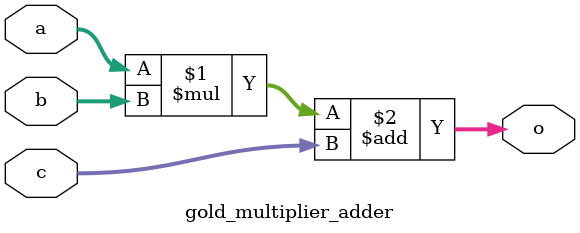
<source format=v>
module gold_multiplier_adder
#(
    parameter BITS=64
) (
    input [BITS-1:0] a,
    input [BITS-1:0] b,
    input [BITS*2-1:0] c,
    output [BITS*2-1:0] o
);
    assign o = a * b + c;
endmodule

</source>
